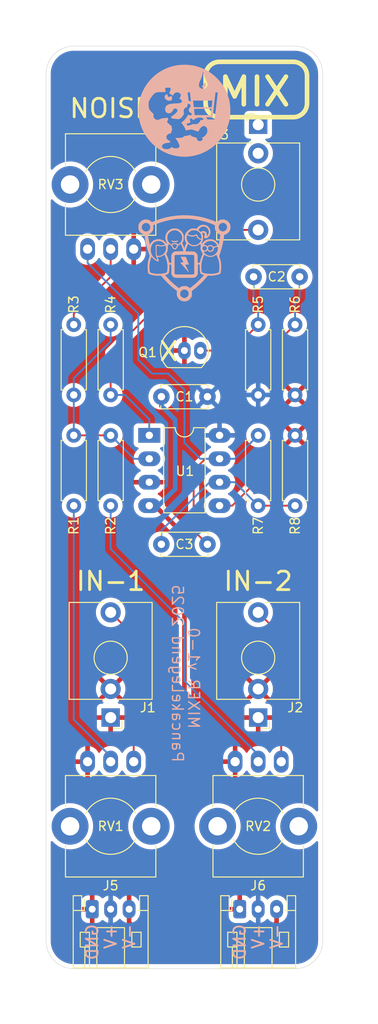
<source format=kicad_pcb>
(kicad_pcb (version 20241229) (generator "pcbnew") (generator_version "9.0")
  (layers (0 "F.Cu" signal) (2 "B.Cu" signal) (13 "F.Paste" user) (15 "B.Paste" user) (5 "F.SilkS" user "F.Silkscreen") (7 "B.SilkS" user "B.Silkscreen") (1 "F.Mask" user) (3 "B.Mask" user) (25 "Edge.Cuts" user))
  (net 0 "")
  (net 1 "VSS")
  (net 2 "VDD")
  (net 3 "Net-(Q1-E)")
  (net 4 "Net-(U1B-+)")
  (net 5 "NOISE")
  (net 6 "GND")
  (net 7 "Net-(J1-PadT)")
  (net 8 "Net-(J2-PadT)")
  (net 9 "Net-(J3-PadT)")
  (net 10 "Net-(J3-PadG)")
  (net 11 "Net-(U1A--)")
  (net 12 "Net-(R1-Pad1)")
  (net 13 "Net-(R2-Pad1)")
  (net 14 "Net-(R3-Pad1)")
  (net 15 "Net-(U1B--)")
  (footprint "HackSynth:R_Axial_DIN0207_L6.3mm_D2.5mm_P7.62mm_Horizontal" (layer "F.Cu") (at 162 87.81 90)
    (property "Reference" "R6" (at 9.81 0 90) (layer "F.SilkS"))
    (property "Value" "2M")
    (pad "1" thru_hole circle (at 0 0 90) (size 1.6 1.6) (drill 0.8) (layers "*.Cu" "*.Mask") (net 6 "GND"))
    (pad "2" thru_hole oval (at 7.62 0 90) (size 1.6 1.6) (drill 0.8) (layers "*.Cu" "*.Mask") (net 4 "Net-(U1B-+)"))
  )
  (footprint "HackSynth:Potentiometer_Alps_RK09K_Horizontal" (layer "F.Cu") (at 142 134.562501 180)
    (property "Reference" "RV1" (at 0 0 0) (layer "F.SilkS"))
    (property "Value" "100k")
    (pad "" np_thru_hole circle (at -4.4 0 270) (size 4 4) (drill 2) (layers "*.Cu" "*.Mask"))
    (pad "" np_thru_hole circle (at 4.4 0 270) (size 4 4) (drill 2) (layers "*.Cu" "*.Mask"))
    (pad "1" thru_hole oval (at 2.500001 7 270) (size 2.4 1.6) (drill 1) (layers "*.Cu" "*.Mask") (net 6 "GND"))
    (pad "2" thru_hole oval (at 0 7 270) (size 2.4 1.6) (drill 1) (layers "*.Cu" "*.Mask") (net 12 "Net-(R1-Pad1)"))
    (pad "3" thru_hole oval (at -2.500001 7 270) (size 2.4 1.6) (drill 1) (layers "*.Cu" "*.Mask") (net 7 "Net-(J1-PadT)"))
  )
  (footprint "HackSynth:R_Axial_DIN0207_L6.3mm_D2.5mm_P7.62mm_Horizontal" (layer "F.Cu") (at 142 87.81 90)
    (property "Reference" "R4" (at 9.81 0 90) (layer "F.SilkS"))
    (property "Value" "100k")
    (pad "1" thru_hole circle (at 0 0 90) (size 1.6 1.6) (drill 0.8) (layers "*.Cu" "*.Mask") (net 9 "Net-(J3-PadT)"))
    (pad "2" thru_hole oval (at 7.62 0 90) (size 1.6 1.6) (drill 0.8) (layers "*.Cu" "*.Mask") (net 11 "Net-(U1A--)"))
  )
  (footprint "HackSynth:Jack_3.5mm" (layer "F.Cu") (at 158 116.3)
    (property "Reference" "J2" (at 4.03 5.4 0) (layer "F.SilkS"))
    (property "Value" "IN_2")
    (pad "G" thru_hole rect (at 0 6.48) (size 2 2) (drill 1.2) (layers "*.Cu" "*.Mask") (net 6 "GND"))
    (pad "S" thru_hole circle (at 0 3.38) (size 2.2 2.2) (drill 1.2) (layers "*.Cu" "*.Mask") (net 6 "GND"))
    (pad "T" thru_hole circle (at 0 -4.92) (size 2.2 2.2) (drill 1.2) (layers "*.Cu" "*.Mask") (net 8 "Net-(J2-PadT)"))
    (zone (net 0) (net_name "") (layer "F.Cu") (connect_pads (clearance 0)) (min_thickness 0.254)
      (keepout (tracks not_allowed) (vias not_allowed) (pads not_allowed) (copperpour not_allowed) (footprints not_allowed))
      (fill (thermal_gap 0.508) (thermal_bridge_width 0.508))
      (polygon (pts (xy 156.494859 116.3) (xy 156.51507 116.545829) (xy 156.575159 116.785055) (xy 156.673514 117.011256) (xy 156.807492 117.218355) (xy 156.973496 117.40079) (xy 157.167068 117.553664) (xy 157.383008 117.672869) (xy 157.615518 117.755206) (xy 157.858354 117.798461) (xy 158.104993 117.801475) (xy 158.348813 117.764165) (xy 158.583266 117.687534) (xy 158.802054 117.57364) (xy 158.999303 117.425542) (xy 159.169714 117.247216) (xy 159.308712 117.043452) (xy 159.412564 116.819722) (xy 159.478481 116.582035) (xy 159.504692 116.336774) (xy 159.490493 116.090525) (xy 159.436266 115.849901) (xy 159.343468 115.621366) (xy 159.214589 115.411055) (xy 159.053092 115.224618) (xy 158.863313 115.067061) (xy 158.65035 114.942615) (xy 158.419921 114.854623) (xy 158.178215 114.805447) (xy 157.931722 114.796408) (xy 157.687064 114.82775) (xy 157.450809 114.89863) (xy 157.229303 115.007144) (xy 157.028495 115.150379) (xy 156.853777 115.324488) (xy 156.709842 115.524795) (xy 156.600555 115.745921) (xy 156.528851 115.981926) (xy 156.496656 116.226474)))
    )
  )
  (footprint "HackSynth:Jack_3.5mm" (layer "F.Cu") (at 158 65 180)
    (property "Reference" "J3" (at 4.03 5.4 0) (layer "F.SilkS"))
    (property "Value" "OUT")
    (pad "G" thru_hole rect (at 0 6.48 180) (size 2 2) (drill 1.2) (layers "*.Cu" "*.Mask") (net 10 "Net-(J3-PadG)"))
    (pad "S" thru_hole circle (at 0 3.38 180) (size 2.2 2.2) (drill 1.2) (layers "*.Cu" "*.Mask") (net 10 "Net-(J3-PadG)"))
    (pad "T" thru_hole circle (at 0 -4.92 180) (size 2.2 2.2) (drill 1.2) (layers "*.Cu" "*.Mask") (net 9 "Net-(J3-PadT)"))
    (zone (net 0) (net_name "") (layer "F.Cu") (connect_pads (clearance 0)) (min_thickness 0.254)
      (keepout (tracks not_allowed) (vias not_allowed) (pads not_allowed) (copperpour not_allowed) (footprints not_allowed))
      (fill (thermal_gap 0.508) (thermal_bridge_width 0.508))
      (polygon (pts (xy 159.505141 65) (xy 159.48493 64.754171) (xy 159.424841 64.514945) (xy 159.326486 64.288744) (xy 159.192508 64.081645) (xy 159.026504 63.89921) (xy 158.832932 63.746336) (xy 158.616992 63.627131) (xy 158.384482 63.544794) (xy 158.141646 63.501539) (xy 157.895007 63.498525) (xy 157.651187 63.535835) (xy 157.416734 63.612466) (xy 157.197946 63.72636) (xy 157.000697 63.874458) (xy 156.830286 64.052784) (xy 156.691288 64.256548) (xy 156.587436 64.480278) (xy 156.521519 64.717965) (xy 156.495308 64.963226) (xy 156.509507 65.209475) (xy 156.563734 65.450099) (xy 156.656532 65.678634) (xy 156.785411 65.888945) (xy 156.946908 66.075382) (xy 157.136687 66.232939) (xy 157.34965 66.357385) (xy 157.580079 66.445377) (xy 157.821785 66.494553) (xy 158.068278 66.503592) (xy 158.312936 66.47225) (xy 158.549191 66.40137) (xy 158.770697 66.292856) (xy 158.971505 66.149621) (xy 159.146223 65.975512) (xy 159.290158 65.775205) (xy 159.399445 65.554079) (xy 159.471149 65.318074) (xy 159.503344 65.073526)))
    )
  )
  (footprint "HackSynth:Jack_3.5mm" (layer "F.Cu") (at 142 116.3)
    (property "Reference" "J1" (at 4.03 5.4 0) (layer "F.SilkS"))
    (property "Value" "IN_1")
    (pad "G" thru_hole rect (at 0 6.48) (size 2 2) (drill 1.2) (layers "*.Cu" "*.Mask") (net 6 "GND"))
    (pad "S" thru_hole circle (at 0 3.38) (size 2.2 2.2) (drill 1.2) (layers "*.Cu" "*.Mask") (net 6 "GND"))
    (pad "T" thru_hole circle (at 0 -4.92) (size 2.2 2.2) (drill 1.2) (layers "*.Cu" "*.Mask") (net 7 "Net-(J1-PadT)"))
    (zone (net 0) (net_name "") (layer "F.Cu") (connect_pads (clearance 0)) (min_thickness 0.254)
      (keepout (tracks not_allowed) (vias not_allowed) (pads not_allowed) (copperpour not_allowed) (footprints not_allowed))
      (fill (thermal_gap 0.508) (thermal_bridge_width 0.508))
      (polygon (pts (xy 140.494859 116.3) (xy 140.51507 116.545829) (xy 140.575159 116.785055) (xy 140.673514 117.011256) (xy 140.807492 117.218355) (xy 140.973496 117.40079) (xy 141.167068 117.553664) (xy 141.383008 117.672869) (xy 141.615518 117.755206) (xy 141.858354 117.798461) (xy 142.104993 117.801475) (xy 142.348813 117.764165) (xy 142.583266 117.687534) (xy 142.802054 117.57364) (xy 142.999303 117.425542) (xy 143.169714 117.247216) (xy 143.308712 117.043452) (xy 143.412564 116.819722) (xy 143.478481 116.582035) (xy 143.504692 116.336774) (xy 143.490493 116.090525) (xy 143.436266 115.849901) (xy 143.343468 115.621366) (xy 143.214589 115.411055) (xy 143.053092 115.224618) (xy 142.863313 115.067061) (xy 142.65035 114.942615) (xy 142.419921 114.854623) (xy 142.178215 114.805447) (xy 141.931722 114.796408) (xy 141.687064 114.82775) (xy 141.450809 114.89863) (xy 141.229303 115.007144) (xy 141.028495 115.150379) (xy 140.853777 115.324488) (xy 140.709842 115.524795) (xy 140.600555 115.745921) (xy 140.528851 115.981926) (xy 140.496656 116.226474)))
    )
  )
  (footprint "HackSynth:R_Axial_DIN0207_L6.3mm_D2.5mm_P7.62mm_Horizontal" (layer "F.Cu") (at 142 99.81 90)
    (property "Reference" "R2" (at -2.19 0 90) (layer "F.SilkS"))
    (property "Value" "100k")
    (pad "1" thru_hole circle (at 0 0 90) (size 1.6 1.6) (drill 0.8) (layers "*.Cu" "*.Mask") (net 13 "Net-(R2-Pad1)"))
    (pad "2" thru_hole oval (at 7.62 0 90) (size 1.6 1.6) (drill 0.8) (layers "*.Cu" "*.Mask") (net 11 "Net-(U1A--)"))
  )
  (footprint "HackSynth:JST_PH_S3B-PH-K_1x03_P2.00mm_Horizontal" (layer "F.Cu") (at 140 143.55)
    (property "Reference" "J5" (at 2 -2.55 0) (layer "F.SilkS"))
    (property "Value" "Conn_01x03")
    (fp_text user "+V" (at 2 1.5 90) (layer "B.SilkS") (effects (font (size 1.27 1.27) (thickness 0.2)) (justify left mirror)))
    (fp_text user "-V" (at 4 1.5 90) (layer "B.SilkS") (effects (font (size 1.27 1.27) (thickness 0.2)) (justify left mirror)))
    (fp_text user "GND" (at 0 1.5 90) (layer "B.SilkS") (effects (font (size 1.27 1.27) (thickness 0.2)) (justify left mirror)))
    (pad "1" thru_hole roundrect (at 0 0) (size 1.4 2) (drill 0.75) (layers "*.Cu" "*.Mask") (roundrect_rratio 0.208333) (net 6 "GND"))
    (pad "2" thru_hole oval (at 2 0) (size 1.4 2) (drill 0.75) (layers "*.Cu" "*.Mask") (net 2 "VDD"))
    (pad "3" thru_hole oval (at 4 0) (size 1.4 2) (drill 0.75) (layers "*.Cu" "*.Mask") (net 1 "VSS"))
  )
  (footprint "HackSynth:R_Axial_DIN0207_L6.3mm_D2.5mm_P7.62mm_Horizontal" (layer "F.Cu") (at 138 99.81 90)
    (property "Reference" "R1" (at -2.19 0 90) (layer "F.SilkS"))
    (property "Value" "100k")
    (pad "1" thru_hole circle (at 0 0 90) (size 1.6 1.6) (drill 0.8) (layers "*.Cu" "*.Mask") (net 12 "Net-(R1-Pad1)"))
    (pad "2" thru_hole oval (at 7.62 0 90) (size 1.6 1.6) (drill 0.8) (layers "*.Cu" "*.Mask") (net 11 "Net-(U1A--)"))
  )
  (footprint "HackSynth:R_Axial_DIN0207_L6.3mm_D2.5mm_P7.62mm_Horizontal" (layer "F.Cu") (at 162 92.19 -90)
    (property "Reference" "R8" (at 9.81 0 90) (layer "F.SilkS"))
    (property "Value" "10k")
    (pad "1" thru_hole circle (at 0 0 270) (size 1.6 1.6) (drill 0.8) (layers "*.Cu" "*.Mask") (net 6 "GND"))
    (pad "2" thru_hole oval (at 7.62 0 270) (size 1.6 1.6) (drill 0.8) (layers "*.Cu" "*.Mask") (net 15 "Net-(U1B--)"))
  )
  (footprint "HackSynth:C_Disc_D5.0mm_W2.5mm_P5.00mm" (layer "F.Cu") (at 152.5 88 180)
    (property "Reference" "C1" (at 2.5 0 0) (layer "F.SilkS"))
    (property "Value" "C")
    (pad "1" thru_hole circle (at 0 0 180) (size 1.8 1.8) (drill 0.8) (layers "*.Cu" "*.Mask") (net 2 "VDD"))
    (pad "2" thru_hole circle (at 5 0 180) (size 1.8 1.8) (drill 0.8) (layers "*.Cu" "*.Mask") (net 1 "VSS"))
  )
  (footprint "HackSynth:JST_PH_S3B-PH-K_1x03_P2.00mm_Horizontal" (layer "F.Cu") (at 156 143.55)
    (property "Reference" "J6" (at 2 -2.55 0) (layer "F.SilkS"))
    (property "Value" "Conn_01x03")
    (fp_text user "GND" (at 0 1.5 90) (layer "B.SilkS") (effects (font (size 1.27 1.27) (thickness 0.2)) (justify left mirror)))
    (fp_text user "-V" (at 4 1.5 90) (layer "B.SilkS") (effects (font (size 1.27 1.27) (thickness 0.2)) (justify left mirror)))
    (fp_text user "+V" (at 2 1.5 90) (layer "B.SilkS") (effects (font (size 1.27 1.27) (thickness 0.2)) (justify left mirror)))
    (pad "1" thru_hole roundrect (at 0 0) (size 1.4 2) (drill 0.75) (layers "*.Cu" "*.Mask") (roundrect_rratio 0.208333) (net 6 "GND"))
    (pad "2" thru_hole oval (at 2 0) (size 1.4 2) (drill 0.75) (layers "*.Cu" "*.Mask") (net 2 "VDD"))
    (pad "3" thru_hole oval (at 4 0) (size 1.4 2) (drill 0.75) (layers "*.Cu" "*.Mask") (net 1 "VSS"))
  )
  (footprint "HackSynth:R_Axial_DIN0207_L6.3mm_D2.5mm_P7.62mm_Horizontal" (layer "F.Cu") (at 158 99.81 90)
    (property "Reference" "R7" (at -2.19 0 90) (layer "F.SilkS"))
    (property "Value" "470k")
    (pad "1" thru_hole circle (at 0 0 90) (size 1.6 1.6) (drill 0.8) (layers "*.Cu" "*.Mask") (net 15 "Net-(U1B--)"))
    (pad "2" thru_hole oval (at 7.62 0 90) (size 1.6 1.6) (drill 0.8) (layers "*.Cu" "*.Mask") (net 5 "NOISE"))
  )
  (footprint "HackSynth:C_Disc_D5.0mm_W2.5mm_P5.00mm" (layer "F.Cu") (at 147.5 104)
    (property "Reference" "C3" (at 2.5 0 0) (layer "F.SilkS"))
    (property "Value" "10pF")
    (pad "1" thru_hole circle (at 0 0) (size 1.8 1.8) (drill 0.8) (layers "*.Cu" "*.Mask") (net 15 "Net-(U1B--)"))
    (pad "2" thru_hole circle (at 5 0) (size 1.8 1.8) (drill 0.8) (layers "*.Cu" "*.Mask") (net 5 "NOISE"))
  )
  (footprint "HackSynth:TO-92_Inline - BC547 - 2-Pin Handsolder" (layer "F.Cu") (at 148.73 83)
    (property "Reference" "Q1" (at -2.73 0.2 0) (layer "F.SilkS"))
    (property "Value" "BC547")
    (pad "2" thru_hole oval (at 1.27 0) (size 1.35 1.9) (drill 0.75) (layers "*.Cu" "*.Mask") (net 6 "GND"))
    (pad "3" thru_hole oval (at 3 0) (size 1.35 1.9) (drill 0.75) (layers "*.Cu" "*.Mask") (net 3 "Net-(Q1-E)"))
  )
  (footprint "HackSynth:Potentiometer_Alps_RK09K_Horizontal" (layer "F.Cu") (at 158 134.562501 180)
    (property "Reference" "RV2" (at 0 0 0) (layer "F.SilkS"))
    (property "Value" "100k")
    (pad "" np_thru_hole circle (at -4.4 0 270) (size 4 4) (drill 2) (layers "*.Cu" "*.Mask"))
    (pad "" np_thru_hole circle (at 4.4 0 270) (size 4 4) (drill 2) (layers "*.Cu" "*.Mask"))
    (pad "1" thru_hole oval (at 2.500001 7 270) (size 2.4 1.6) (drill 1) (layers "*.Cu" "*.Mask") (net 6 "GND"))
    (pad "2" thru_hole oval (at 0 7 270) (size 2.4 1.6) (drill 1) (layers "*.Cu" "*.Mask") (net 13 "Net-(R2-Pad1)"))
    (pad "3" thru_hole oval (at -2.500001 7 270) (size 2.4 1.6) (drill 1) (layers "*.Cu" "*.Mask") (net 8 "Net-(J2-PadT)"))
  )
  (footprint "HackSynth:C_Disc_D5.0mm_W2.5mm_P5.00mm" (layer "F.Cu") (at 162.5 75 180)
    (property "Reference" "C2" (at 2.5 0 0) (layer "F.SilkS"))
    (property "Value" "100nF")
    (pad "1" thru_hole circle (at 0 0 180) (size 1.8 1.8) (drill 0.8) (layers "*.Cu" "*.Mask") (net 4 "Net-(U1B-+)"))
    (pad "2" thru_hole circle (at 5 0 180) (size 1.8 1.8) (drill 0.8) (layers "*.Cu" "*.Mask") (net 3 "Net-(Q1-E)"))
  )
  (footprint "HackSynth:Potentiometer_Alps_RK09K_Horizontal" (layer "F.Cu") (at 142 65)
    (property "Reference" "RV3" (at 0 0 0) (layer "F.SilkS"))
    (property "Value" "100k NOISE")
    (pad "" np_thru_hole circle (at -4.4 0 90) (size 4 4) (drill 2) (layers "*.Cu" "*.Mask"))
    (pad "" np_thru_hole circle (at 4.4 0 90) (size 4 4) (drill 2) (layers "*.Cu" "*.Mask"))
    (pad "1" thru_hole oval (at 2.500001 7 90) (size 2.4 1.6) (drill 1) (layers "*.Cu" "*.Mask") (net 6 "GND"))
    (pad "2" thru_hole oval (at 0 7 90) (size 2.4 1.6) (drill 1) (layers "*.Cu" "*.Mask") (net 14 "Net-(R3-Pad1)"))
    (pad "3" thru_hole oval (at -2.500001 7 90) (size 2.4 1.6) (drill 1) (layers "*.Cu" "*.Mask") (net 5 "NOISE"))
  )
  (footprint "HackSynth:R_Axial_DIN0207_L6.3mm_D2.5mm_P7.62mm_Horizontal" (layer "F.Cu") (at 138 80.19 -90)
    (property "Reference" "R3" (at -2.19 0 90) (layer "F.SilkS"))
    (property "Value" "100k")
    (pad "1" thru_hole circle (at 0 0 270) (size 1.6 1.6) (drill 0.8) (layers "*.Cu" "*.Mask") (net 14 "Net-(R3-Pad1)"))
    (pad "2" thru_hole oval (at 7.62 0 270) (size 1.6 1.6) (drill 0.8) (layers "*.Cu" "*.Mask") (net 11 "Net-(U1A--)"))
  )
  (footprint "HackSynth:R_Axial_DIN0207_L6.3mm_D2.5mm_P7.62mm_Horizontal" (layer "F.Cu") (at 158 80.19 -90)
    (property "Reference" "R5" (at -2.19 0 90) (layer "F.SilkS"))
    (property "Value" "130k")
    (pad "1" thru_hole circle (at 0 0 270) (size 1.6 1.6) (drill 0.8) (layers "*.Cu" "*.Mask") (net 3 "Net-(Q1-E)"))
    (pad "2" thru_hole oval (at 7.62 0 270) (size 1.6 1.6) (drill 0.8) (layers "*.Cu" "*.Mask") (net 2 "VDD"))
  )
  (footprint "HackSynth:DIP-8_W7.62mm_LongPads" (layer "F.Cu") (at 150 96)
    (property "Reference" "U1" (at 0.065 0.07 0) (layer "F.SilkS"))
    (property "Value" "TL072")
    (pad "1" thru_hole rect (at -3.81 -3.81) (size 2.4 1.6) (drill 0.8) (layers "*.Cu" "*.Mask") (net 9 "Net-(J3-PadT)"))
    (pad "2" thru_hole oval (at -3.81 -1.27) (size 2.4 1.6) (drill 0.8) (layers "*.Cu" "*.Mask") (net 11 "Net-(U1A--)"))
    (pad "3" thru_hole oval (at -3.81 1.27) (size 2.4 1.6) (drill 0.8) (layers "*.Cu" "*.Mask") (net 6 "GND"))
    (pad "4" thru_hole oval (at -3.81 3.81) (size 2.4 1.6) (drill 0.8) (layers "*.Cu" "*.Mask") (net 1 "VSS"))
    (pad "5" thru_hole oval (at 3.81 3.81) (size 2.4 1.6) (drill 0.8) (layers "*.Cu" "*.Mask") (net 4 "Net-(U1B-+)"))
    (pad "6" thru_hole oval (at 3.81 1.27) (size 2.4 1.6) (drill 0.8) (layers "*.Cu" "*.Mask") (net 15 "Net-(U1B--)"))
    (pad "7" thru_hole oval (at 3.81 -1.27) (size 2.4 1.6) (drill 0.8) (layers "*.Cu" "*.Mask") (net 5 "NOISE"))
    (pad "8" thru_hole oval (at 3.81 -3.81) (size 2.4 1.6) (drill 0.8) (layers "*.Cu" "*.Mask") (net 2 "VDD"))
  )
  (footprint "HackSynth:Module 30x100mm" (layer "F.Cu") (at 150 100)
    (property "Reference" "REF**" (hide yes))
    (property "Value" "Untitled" (hide yes))
    (fp_line (start -14.999999 -47) (end -15 47) (stroke (width 0.05)) (layer "Edge.Cuts"))
    (fp_line (start -12 49.999999) (end 12 50) (stroke (width 0.05)) (layer "Edge.Cuts"))
    (fp_line (start 12 -50) (end -12 -50) (stroke (width 0.05)) (layer "Edge.Cuts"))
    (fp_line (start 15 47) (end 15 -47) (stroke (width 0.05)) (layer "Edge.Cuts"))
    (fp_arc (start -15 -47) (mid -14.12132 -49.12132) (end -12 -50) (stroke (width 0.05)) (layer "Edge.Cuts"))
    (fp_arc (start -12 50) (mid -14.12132 49.12132) (end -15 47) (stroke (width 0.05)) (layer "Edge.Cuts"))
    (fp_arc (start 12 -50) (mid 14.12132 -49.12132) (end 15 -47) (stroke (width 0.05)) (layer "Edge.Cuts"))
    (fp_arc (start 15 47) (mid 14.12132 49.12132) (end 12 50) (stroke (width 0.05)) (layer "Edge.Cuts"))
  )
  (footprint "HackSynth:CCHS Logo - 10mm" (layer "B.Cu") (at 150 73 180)
    (property "Reference" "Ref**" (hide yes))
    (property "Value" "Val**" (hide yes))
  )
  (footprint "HackSynth:PancakeLegend Logo - 10mm" (layer "B.Cu") (at 150 57 180)
    (property "Reference" "Ref**" (hide yes))
    (property "Value" "Val**" (hide yes))
  )
  (gr_line (start 153.800001 51.699998) (end 161.800001 51.699999) (stroke (width 0.5)) (layer "F.SilkS"))
  (gr_line (start 163.300001 53.199999) (end 163.300001 56.199999) (stroke (width 0.5)) (layer "F.SilkS"))
  (gr_arc (start 152.3 53.199998) (mid 152.73934 52.139338) (end 153.8 51.699998) (stroke (width 0.5)) (layer "F.SilkS"))
  (gr_line (start 152.3 53.199998) (end 152.3 56.199998) (stroke (width 0.5)) (layer "F.SilkS"))
  (gr_arc (start 163.300002 56.2) (mid 162.860662 57.26066) (end 161.800002 57.7) (stroke (width 0.5)) (layer "F.SilkS"))
  (gr_arc (start 161.800001 51.699999) (mid 162.860661 52.139339) (end 163.300001 53.199999) (stroke (width 0.5)) (layer "F.SilkS"))
  (gr_line (start 153.8 57.699999) (end 161.800002 57.7) (stroke (width 0.5)) (layer "F.SilkS"))
  (gr_arc (start 153.8 57.7) (mid 152.73934 57.26066) (end 152.3 56.2) (stroke (width 0.5)) (layer "F.SilkS"))
  (gr_text "NOISE" (at 142 56.75 0) (layer "F.SilkS") (effects (font (size 2 2) (thickness 0.3))))
  (gr_text "IN-2" (at 158 108 0) (layer "F.SilkS") (effects (font (size 2 2) (thickness 0.3))))
  (gr_text "IN-1" (at 142 108 0) (layer "F.SilkS") (effects (font (size 2 2) (thickness 0.3))))
  (gr_text "MIX" (at 153.400001 56.699999 0) (layer "F.SilkS") (effects (font (size 3 3) (thickness 0.5) (bold yes)) (justify left bottom)))
  (gr_text "PancakeLegend 2025" (at 149.25 118 270) (layer "B.SilkS") (effects (font (size 1.2 1.2)) (justify mirror)))
  (gr_text "MIXER v1-0" (at 151 118.5 270) (layer "B.SilkS") (effects (font (size 1.2 1.2)) (justify mirror)))
  (segment (start 144 143.55) (end 144 142) (width 0.5) (layer "F.Cu") (net 1))
  (segment (start 150 103) (end 146.81 99.81) (width 0.5) (layer "F.Cu") (net 1))
  (segment (start 145 146) (end 159 146) (width 0.5) (layer "F.Cu") (net 1))
  (segment (start 150 136) (end 150 103) (width 0.5) (layer "F.Cu") (net 1))
  (segment (start 144 143.55) (end 144 145) (width 0.5) (layer "F.Cu") (net 1))
  (segment (start 146.81 99.81) (end 146.19 99.81) (width 0.5) (layer "F.Cu") (net 1))
  (segment (start 160 145) (end 160 143.55) (width 0.5) (layer "F.Cu") (net 1))
  (segment (start 144 145) (end 145 146) (width 0.5) (layer "F.Cu") (net 1))
  (segment (start 144 142) (end 150 136) (width 0.5) (layer "F.Cu") (net 1))
  (segment (start 159 146) (end 160 145) (width 0.5) (layer "F.Cu") (net 1))
  (segment (start 149 90.5) (end 149 98) (width 0.5) (layer "B.Cu") (net 1))
  (segment (start 149 98) (end 147.19 99.81) (width 0.5) (layer "B.Cu") (net 1))
  (segment (start 147.19 99.81) (end 146.19 99.81) (width 0.5) (layer "B.Cu") (net 1))
  (segment (start 147.5 89) (end 149 90.5) (width 0.5) (layer "B.Cu") (net 1))
  (segment (start 155.19 83) (end 158 80.19) (width 0.2) (layer "F.Cu") (net 3))
  (segment (start 151.73 83) (end 155.19 83) (width 0.2) (layer "F.Cu") (net 3))
  (segment (start 158 77.75) (end 157.5 77.25) (width 0.2) (layer "B.Cu") (net 3))
  (segment (start 157.5 77.25) (end 157.5 75) (width 0.2) (layer "B.Cu") (net 3))
  (segment (start 158 80.19) (end 158 77.75) (width 0.2) (layer "B.Cu") (net 3))
  (segment (start 160 82.19) (end 162 80.19) (width 0.2) (layer "F.Cu") (net 4))
  (segment (start 160 95) (end 160 82.19) (width 0.2) (layer "F.Cu") (net 4))
  (segment (start 155.19 99.81) (end 160 95) (width 0.2) (layer "F.Cu") (net 4))
  (segment (start 153.81 99.81) (end 155.19 99.81) (width 0.2) (layer "F.Cu") (net 4))
  (segment (start 162 80.19) (end 162 77.75) (width 0.2) (layer "B.Cu") (net 4))
  (segment (start 162 77.75) (end 162.5 77.25) (width 0.2) (layer "B.Cu") (net 4))
  (segment (start 162.5 77.25) (end 162.5 75) (width 0.2) (layer "B.Cu") (net 4))
  (segment (start 151 102.5) (end 151 96) (width 0.2) (layer "F.Cu") (net 5))
  (segment (start 152.5 104) (end 151 102.5) (width 0.2) (layer "F.Cu") (net 5))
  (segment (start 151 96) (end 152.27 94.73) (width 0.2) (layer "F.Cu") (net 5))
  (segment (start 152.27 94.73) (end 153.81 94.73) (width 0.2) (layer "F.Cu") (net 5))
  (segment (start 150 87.25) (end 148.25 85.5) (width 0.2) (layer "B.Cu") (net 5))
  (segment (start 145 79) (end 145 84) (width 0.2) (layer "B.Cu") (net 5))
  (segment (start 153.81 94.73) (end 155.46 94.73) (width 0.2) (layer "B.Cu") (net 5))
  (segment (start 155.46 94.73) (end 158 92.19) (width 0.2) (layer "B.Cu") (net 5))
  (segment (start 153.81 94.73) (end 151.73 94.73) (width 0.2) (layer "B.Cu") (net 5))
  (segment (start 151.73 94.73) (end 150 93) (width 0.2) (layer "B.Cu") (net 5))
  (segment (start 150 93) (end 150 87.25) (width 0.2) (layer "B.Cu") (net 5))
  (segment (start 139.499999 73.499999) (end 145 79) (width 0.2) (layer "B.Cu") (net 5))
  (segment (start 148.25 85.5) (end 146.5 85.5) (width 0.2) (layer "B.Cu") (net 5))
  (segment (start 146.5 85.5) (end 145 84) (width 0.2) (layer "B.Cu") (net 5))
  (segment (start 139.499999 72) (end 139.499999 73.499999) (width 0.2) (layer "B.Cu") (net 5))
  (segment (start 144.500001 113.880002) (end 142 111.380001) (width 0.2) (layer "F.Cu") (net 7))
  (segment (start 144.500001 127.562501) (end 144.500001 113.880002) (width 0.2) (layer "F.Cu") (net 7))
  (segment (start 158 111.380001) (end 160.500001 113.880002) (width 0.2) (layer "F.Cu") (net 8))
  (segment (start 160.500001 113.880002) (end 160.500001 127.562501) (width 0.2) (layer "F.Cu") (net 8))
  (segment (start 142 87.81) (end 142 83.25) (width 0.2) (layer "F.Cu") (net 9))
  (segment (start 142 83.25) (end 155.330001 69.919999) (width 0.2) (layer "F.Cu") (net 9))
  (segment (start 155.330001 69.919999) (end 158 69.919999) (width 0.2) (layer "F.Cu") (net 9))
  (segment (start 143.56 87.81) (end 146.19 90.44) (width 0.2) (layer "B.Cu") (net 9))
  (segment (start 146.19 90.44) (end 146.19 92.19) (width 0.2) (layer "B.Cu") (net 9))
  (segment (start 142 87.81) (end 143.56 87.81) (width 0.2) (layer "B.Cu") (net 9))
  (segment (start 142 92.19) (end 138 92.19) (width 0.2) (layer "F.Cu") (net 11))
  (segment (start 138 86) (end 142 82) (width 0.2) (layer "B.Cu") (net 11))
  (segment (start 146.19 94.73) (end 144.54 94.73) (width 0.2) (layer "B.Cu") (net 11))
  (segment (start 144.54 94.73) (end 142 92.19) (width 0.2) (layer "B.Cu") (net 11))
  (segment (start 142 82) (end 142 80.19) (width 0.2) (layer "B.Cu") (net 11))
  (segment (start 138 87.81) (end 138 86) (width 0.2) (layer "B.Cu") (net 11))
  (segment (start 138 92.19) (end 138 87.81) (width 0.2) (layer "B.Cu") (net 11))
  (segment (start 138 123) (end 138 99.81) (width 0.2) (layer "B.Cu") (net 12))
  (segment (start 142 127) (end 138 123) (width 0.2) (layer "B.Cu") (net 12))
  (segment (start 142 127.562502) (end 142 127) (width 0.2) (layer "B.Cu") (net 12))
  (segment (start 150 112.5) (end 142 104.5) (width 0.2) (layer "B.Cu") (net 13))
  (segment (start 150 118.8) (end 150 112.5) (width 0.2) (layer "B.Cu") (net 13))
  (segment (start 158 127.562502) (end 158 126.8) (width 0.2) (layer "B.Cu") (net 13))
  (segment (start 158 126.8) (end 150 118.8) (width 0.2) (layer "B.Cu") (net 13))
  (segment (start 142 104.5) (end 142 99.81) (width 0.2) (layer "B.Cu") (net 13))
  (segment (start 142 75) (end 142 71.999999) (width 0.2) (layer "F.Cu") (net 14))
  (segment (start 138 79) (end 142 75) (width 0.2) (layer "F.Cu") (net 14))
  (segment (start 138 80.19) (end 138 79) (width 0.2) (layer "F.Cu") (net 14))
  (segment (start 158 99.81) (end 162 99.81) (width 0.2) (layer "F.Cu") (net 15))
  (segment (start 152.73 97.27) (end 153.81 97.27) (width 0.2) (layer "B.Cu") (net 15))
  (segment (start 147.5 104) (end 147.5 102.5) (width 0.2) (layer "B.Cu") (net 15))
  (segment (start 155.46 97.27) (end 158 99.81) (width 0.2) (layer "B.Cu") (net 15))
  (segment (start 153.81 97.27) (end 155.46 97.27) (width 0.2) (layer "B.Cu") (net 15))
  (segment (start 147.5 102.5) (end 152.73 97.27) (width 0.2) (layer "B.Cu") (net 15))
  (zone (net 6) (net_name "GND") (layer "F.Cu") (connect_pads (clearance 0.5)) (min_thickness 0.25) (fill yes (thermal_gap 0.5) (thermal_bridge_width 0.5))
    (polygon (pts (xy 130 45) (xy 170 45) (xy 170 155) (xy 130 155)))
  )
  (zone (net 2) (net_name "VDD") (layer "B.Cu") (priority 1) (connect_pads (clearance 0.5)) (min_thickness 0.25) (fill yes (thermal_gap 0.5) (thermal_bridge_width 0.5))
    (polygon (pts (xy 131 46) (xy 171 46) (xy 171 156) (xy 131 156)))
  )
)
</source>
